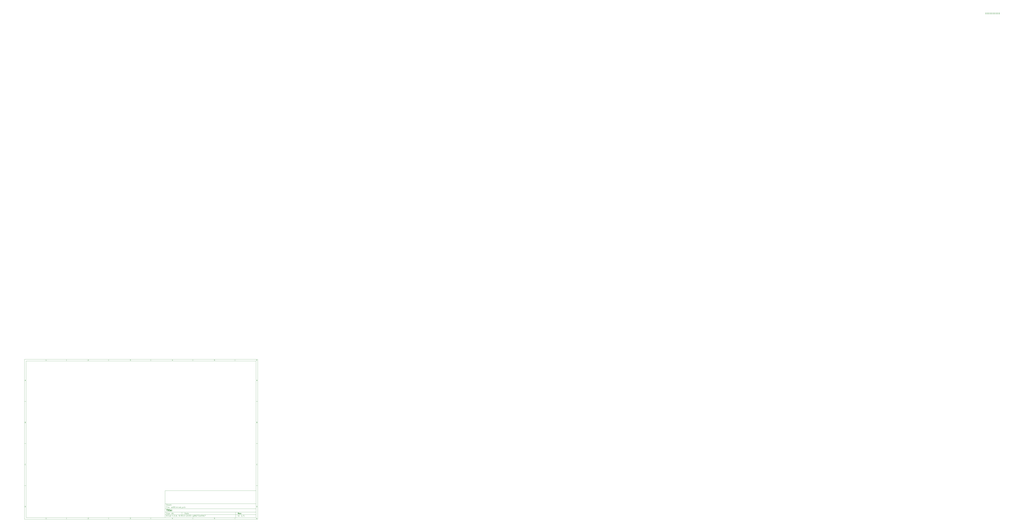
<source format=gbr>
%TF.GenerationSoftware,KiCad,Pcbnew,8.99.0-2193-g88272a59b7*%
%TF.CreationDate,2024-09-27T03:09:18+07:00*%
%TF.ProjectId,qk80,716b3830-2e6b-4696-9361-645f70636258,rev?*%
%TF.SameCoordinates,Original*%
%TF.FileFunction,Paste,Top*%
%TF.FilePolarity,Positive*%
%FSLAX46Y46*%
G04 Gerber Fmt 4.6, Leading zero omitted, Abs format (unit mm)*
G04 Created by KiCad (PCBNEW 8.99.0-2193-g88272a59b7) date 2024-09-27 03:09:18*
%MOMM*%
%LPD*%
G01*
G04 APERTURE LIST*
%ADD10C,0.100000*%
%ADD11C,0.150000*%
%ADD12C,0.300000*%
%ADD13C,0.400000*%
%ADD14R,0.700000X0.700000*%
G04 APERTURE END LIST*
D10*
D11*
X177002200Y-166007200D02*
X285002200Y-166007200D01*
X285002200Y-198007200D01*
X177002200Y-198007200D01*
X177002200Y-166007200D01*
D10*
D11*
X10000000Y-10000000D02*
X287002200Y-10000000D01*
X287002200Y-200007200D01*
X10000000Y-200007200D01*
X10000000Y-10000000D01*
D10*
D11*
X12000000Y-12000000D02*
X285002200Y-12000000D01*
X285002200Y-198007200D01*
X12000000Y-198007200D01*
X12000000Y-12000000D01*
D10*
D11*
X60000000Y-12000000D02*
X60000000Y-10000000D01*
D10*
D11*
X110000000Y-12000000D02*
X110000000Y-10000000D01*
D10*
D11*
X160000000Y-12000000D02*
X160000000Y-10000000D01*
D10*
D11*
X210000000Y-12000000D02*
X210000000Y-10000000D01*
D10*
D11*
X260000000Y-12000000D02*
X260000000Y-10000000D01*
D10*
D11*
X36089160Y-11593604D02*
X35346303Y-11593604D01*
X35717731Y-11593604D02*
X35717731Y-10293604D01*
X35717731Y-10293604D02*
X35593922Y-10479319D01*
X35593922Y-10479319D02*
X35470112Y-10603128D01*
X35470112Y-10603128D02*
X35346303Y-10665033D01*
D10*
D11*
X85346303Y-10417414D02*
X85408207Y-10355509D01*
X85408207Y-10355509D02*
X85532017Y-10293604D01*
X85532017Y-10293604D02*
X85841541Y-10293604D01*
X85841541Y-10293604D02*
X85965350Y-10355509D01*
X85965350Y-10355509D02*
X86027255Y-10417414D01*
X86027255Y-10417414D02*
X86089160Y-10541223D01*
X86089160Y-10541223D02*
X86089160Y-10665033D01*
X86089160Y-10665033D02*
X86027255Y-10850747D01*
X86027255Y-10850747D02*
X85284398Y-11593604D01*
X85284398Y-11593604D02*
X86089160Y-11593604D01*
D10*
D11*
X135284398Y-10293604D02*
X136089160Y-10293604D01*
X136089160Y-10293604D02*
X135655826Y-10788842D01*
X135655826Y-10788842D02*
X135841541Y-10788842D01*
X135841541Y-10788842D02*
X135965350Y-10850747D01*
X135965350Y-10850747D02*
X136027255Y-10912652D01*
X136027255Y-10912652D02*
X136089160Y-11036461D01*
X136089160Y-11036461D02*
X136089160Y-11345985D01*
X136089160Y-11345985D02*
X136027255Y-11469795D01*
X136027255Y-11469795D02*
X135965350Y-11531700D01*
X135965350Y-11531700D02*
X135841541Y-11593604D01*
X135841541Y-11593604D02*
X135470112Y-11593604D01*
X135470112Y-11593604D02*
X135346303Y-11531700D01*
X135346303Y-11531700D02*
X135284398Y-11469795D01*
D10*
D11*
X185965350Y-10726938D02*
X185965350Y-11593604D01*
X185655826Y-10231700D02*
X185346303Y-11160271D01*
X185346303Y-11160271D02*
X186151064Y-11160271D01*
D10*
D11*
X236027255Y-10293604D02*
X235408207Y-10293604D01*
X235408207Y-10293604D02*
X235346303Y-10912652D01*
X235346303Y-10912652D02*
X235408207Y-10850747D01*
X235408207Y-10850747D02*
X235532017Y-10788842D01*
X235532017Y-10788842D02*
X235841541Y-10788842D01*
X235841541Y-10788842D02*
X235965350Y-10850747D01*
X235965350Y-10850747D02*
X236027255Y-10912652D01*
X236027255Y-10912652D02*
X236089160Y-11036461D01*
X236089160Y-11036461D02*
X236089160Y-11345985D01*
X236089160Y-11345985D02*
X236027255Y-11469795D01*
X236027255Y-11469795D02*
X235965350Y-11531700D01*
X235965350Y-11531700D02*
X235841541Y-11593604D01*
X235841541Y-11593604D02*
X235532017Y-11593604D01*
X235532017Y-11593604D02*
X235408207Y-11531700D01*
X235408207Y-11531700D02*
X235346303Y-11469795D01*
D10*
D11*
X285965350Y-10293604D02*
X285717731Y-10293604D01*
X285717731Y-10293604D02*
X285593922Y-10355509D01*
X285593922Y-10355509D02*
X285532017Y-10417414D01*
X285532017Y-10417414D02*
X285408207Y-10603128D01*
X285408207Y-10603128D02*
X285346303Y-10850747D01*
X285346303Y-10850747D02*
X285346303Y-11345985D01*
X285346303Y-11345985D02*
X285408207Y-11469795D01*
X285408207Y-11469795D02*
X285470112Y-11531700D01*
X285470112Y-11531700D02*
X285593922Y-11593604D01*
X285593922Y-11593604D02*
X285841541Y-11593604D01*
X285841541Y-11593604D02*
X285965350Y-11531700D01*
X285965350Y-11531700D02*
X286027255Y-11469795D01*
X286027255Y-11469795D02*
X286089160Y-11345985D01*
X286089160Y-11345985D02*
X286089160Y-11036461D01*
X286089160Y-11036461D02*
X286027255Y-10912652D01*
X286027255Y-10912652D02*
X285965350Y-10850747D01*
X285965350Y-10850747D02*
X285841541Y-10788842D01*
X285841541Y-10788842D02*
X285593922Y-10788842D01*
X285593922Y-10788842D02*
X285470112Y-10850747D01*
X285470112Y-10850747D02*
X285408207Y-10912652D01*
X285408207Y-10912652D02*
X285346303Y-11036461D01*
D10*
D11*
X60000000Y-198007200D02*
X60000000Y-200007200D01*
D10*
D11*
X110000000Y-198007200D02*
X110000000Y-200007200D01*
D10*
D11*
X160000000Y-198007200D02*
X160000000Y-200007200D01*
D10*
D11*
X210000000Y-198007200D02*
X210000000Y-200007200D01*
D10*
D11*
X260000000Y-198007200D02*
X260000000Y-200007200D01*
D10*
D11*
X36089160Y-199600804D02*
X35346303Y-199600804D01*
X35717731Y-199600804D02*
X35717731Y-198300804D01*
X35717731Y-198300804D02*
X35593922Y-198486519D01*
X35593922Y-198486519D02*
X35470112Y-198610328D01*
X35470112Y-198610328D02*
X35346303Y-198672233D01*
D10*
D11*
X85346303Y-198424614D02*
X85408207Y-198362709D01*
X85408207Y-198362709D02*
X85532017Y-198300804D01*
X85532017Y-198300804D02*
X85841541Y-198300804D01*
X85841541Y-198300804D02*
X85965350Y-198362709D01*
X85965350Y-198362709D02*
X86027255Y-198424614D01*
X86027255Y-198424614D02*
X86089160Y-198548423D01*
X86089160Y-198548423D02*
X86089160Y-198672233D01*
X86089160Y-198672233D02*
X86027255Y-198857947D01*
X86027255Y-198857947D02*
X85284398Y-199600804D01*
X85284398Y-199600804D02*
X86089160Y-199600804D01*
D10*
D11*
X135284398Y-198300804D02*
X136089160Y-198300804D01*
X136089160Y-198300804D02*
X135655826Y-198796042D01*
X135655826Y-198796042D02*
X135841541Y-198796042D01*
X135841541Y-198796042D02*
X135965350Y-198857947D01*
X135965350Y-198857947D02*
X136027255Y-198919852D01*
X136027255Y-198919852D02*
X136089160Y-199043661D01*
X136089160Y-199043661D02*
X136089160Y-199353185D01*
X136089160Y-199353185D02*
X136027255Y-199476995D01*
X136027255Y-199476995D02*
X135965350Y-199538900D01*
X135965350Y-199538900D02*
X135841541Y-199600804D01*
X135841541Y-199600804D02*
X135470112Y-199600804D01*
X135470112Y-199600804D02*
X135346303Y-199538900D01*
X135346303Y-199538900D02*
X135284398Y-199476995D01*
D10*
D11*
X185965350Y-198734138D02*
X185965350Y-199600804D01*
X185655826Y-198238900D02*
X185346303Y-199167471D01*
X185346303Y-199167471D02*
X186151064Y-199167471D01*
D10*
D11*
X236027255Y-198300804D02*
X235408207Y-198300804D01*
X235408207Y-198300804D02*
X235346303Y-198919852D01*
X235346303Y-198919852D02*
X235408207Y-198857947D01*
X235408207Y-198857947D02*
X235532017Y-198796042D01*
X235532017Y-198796042D02*
X235841541Y-198796042D01*
X235841541Y-198796042D02*
X235965350Y-198857947D01*
X235965350Y-198857947D02*
X236027255Y-198919852D01*
X236027255Y-198919852D02*
X236089160Y-199043661D01*
X236089160Y-199043661D02*
X236089160Y-199353185D01*
X236089160Y-199353185D02*
X236027255Y-199476995D01*
X236027255Y-199476995D02*
X235965350Y-199538900D01*
X235965350Y-199538900D02*
X235841541Y-199600804D01*
X235841541Y-199600804D02*
X235532017Y-199600804D01*
X235532017Y-199600804D02*
X235408207Y-199538900D01*
X235408207Y-199538900D02*
X235346303Y-199476995D01*
D10*
D11*
X285965350Y-198300804D02*
X285717731Y-198300804D01*
X285717731Y-198300804D02*
X285593922Y-198362709D01*
X285593922Y-198362709D02*
X285532017Y-198424614D01*
X285532017Y-198424614D02*
X285408207Y-198610328D01*
X285408207Y-198610328D02*
X285346303Y-198857947D01*
X285346303Y-198857947D02*
X285346303Y-199353185D01*
X285346303Y-199353185D02*
X285408207Y-199476995D01*
X285408207Y-199476995D02*
X285470112Y-199538900D01*
X285470112Y-199538900D02*
X285593922Y-199600804D01*
X285593922Y-199600804D02*
X285841541Y-199600804D01*
X285841541Y-199600804D02*
X285965350Y-199538900D01*
X285965350Y-199538900D02*
X286027255Y-199476995D01*
X286027255Y-199476995D02*
X286089160Y-199353185D01*
X286089160Y-199353185D02*
X286089160Y-199043661D01*
X286089160Y-199043661D02*
X286027255Y-198919852D01*
X286027255Y-198919852D02*
X285965350Y-198857947D01*
X285965350Y-198857947D02*
X285841541Y-198796042D01*
X285841541Y-198796042D02*
X285593922Y-198796042D01*
X285593922Y-198796042D02*
X285470112Y-198857947D01*
X285470112Y-198857947D02*
X285408207Y-198919852D01*
X285408207Y-198919852D02*
X285346303Y-199043661D01*
D10*
D11*
X10000000Y-60000000D02*
X12000000Y-60000000D01*
D10*
D11*
X10000000Y-110000000D02*
X12000000Y-110000000D01*
D10*
D11*
X10000000Y-160000000D02*
X12000000Y-160000000D01*
D10*
D11*
X10690476Y-35222176D02*
X11309523Y-35222176D01*
X10566666Y-35593604D02*
X10999999Y-34293604D01*
X10999999Y-34293604D02*
X11433333Y-35593604D01*
D10*
D11*
X11092857Y-84912652D02*
X11278571Y-84974557D01*
X11278571Y-84974557D02*
X11340476Y-85036461D01*
X11340476Y-85036461D02*
X11402380Y-85160271D01*
X11402380Y-85160271D02*
X11402380Y-85345985D01*
X11402380Y-85345985D02*
X11340476Y-85469795D01*
X11340476Y-85469795D02*
X11278571Y-85531700D01*
X11278571Y-85531700D02*
X11154761Y-85593604D01*
X11154761Y-85593604D02*
X10659523Y-85593604D01*
X10659523Y-85593604D02*
X10659523Y-84293604D01*
X10659523Y-84293604D02*
X11092857Y-84293604D01*
X11092857Y-84293604D02*
X11216666Y-84355509D01*
X11216666Y-84355509D02*
X11278571Y-84417414D01*
X11278571Y-84417414D02*
X11340476Y-84541223D01*
X11340476Y-84541223D02*
X11340476Y-84665033D01*
X11340476Y-84665033D02*
X11278571Y-84788842D01*
X11278571Y-84788842D02*
X11216666Y-84850747D01*
X11216666Y-84850747D02*
X11092857Y-84912652D01*
X11092857Y-84912652D02*
X10659523Y-84912652D01*
D10*
D11*
X11402380Y-135469795D02*
X11340476Y-135531700D01*
X11340476Y-135531700D02*
X11154761Y-135593604D01*
X11154761Y-135593604D02*
X11030952Y-135593604D01*
X11030952Y-135593604D02*
X10845238Y-135531700D01*
X10845238Y-135531700D02*
X10721428Y-135407890D01*
X10721428Y-135407890D02*
X10659523Y-135284080D01*
X10659523Y-135284080D02*
X10597619Y-135036461D01*
X10597619Y-135036461D02*
X10597619Y-134850747D01*
X10597619Y-134850747D02*
X10659523Y-134603128D01*
X10659523Y-134603128D02*
X10721428Y-134479319D01*
X10721428Y-134479319D02*
X10845238Y-134355509D01*
X10845238Y-134355509D02*
X11030952Y-134293604D01*
X11030952Y-134293604D02*
X11154761Y-134293604D01*
X11154761Y-134293604D02*
X11340476Y-134355509D01*
X11340476Y-134355509D02*
X11402380Y-134417414D01*
D10*
D11*
X10659523Y-185593604D02*
X10659523Y-184293604D01*
X10659523Y-184293604D02*
X10969047Y-184293604D01*
X10969047Y-184293604D02*
X11154761Y-184355509D01*
X11154761Y-184355509D02*
X11278571Y-184479319D01*
X11278571Y-184479319D02*
X11340476Y-184603128D01*
X11340476Y-184603128D02*
X11402380Y-184850747D01*
X11402380Y-184850747D02*
X11402380Y-185036461D01*
X11402380Y-185036461D02*
X11340476Y-185284080D01*
X11340476Y-185284080D02*
X11278571Y-185407890D01*
X11278571Y-185407890D02*
X11154761Y-185531700D01*
X11154761Y-185531700D02*
X10969047Y-185593604D01*
X10969047Y-185593604D02*
X10659523Y-185593604D01*
D10*
D11*
X287002200Y-60000000D02*
X285002200Y-60000000D01*
D10*
D11*
X287002200Y-110000000D02*
X285002200Y-110000000D01*
D10*
D11*
X287002200Y-160000000D02*
X285002200Y-160000000D01*
D10*
D11*
X285692676Y-35222176D02*
X286311723Y-35222176D01*
X285568866Y-35593604D02*
X286002199Y-34293604D01*
X286002199Y-34293604D02*
X286435533Y-35593604D01*
D10*
D11*
X286095057Y-84912652D02*
X286280771Y-84974557D01*
X286280771Y-84974557D02*
X286342676Y-85036461D01*
X286342676Y-85036461D02*
X286404580Y-85160271D01*
X286404580Y-85160271D02*
X286404580Y-85345985D01*
X286404580Y-85345985D02*
X286342676Y-85469795D01*
X286342676Y-85469795D02*
X286280771Y-85531700D01*
X286280771Y-85531700D02*
X286156961Y-85593604D01*
X286156961Y-85593604D02*
X285661723Y-85593604D01*
X285661723Y-85593604D02*
X285661723Y-84293604D01*
X285661723Y-84293604D02*
X286095057Y-84293604D01*
X286095057Y-84293604D02*
X286218866Y-84355509D01*
X286218866Y-84355509D02*
X286280771Y-84417414D01*
X286280771Y-84417414D02*
X286342676Y-84541223D01*
X286342676Y-84541223D02*
X286342676Y-84665033D01*
X286342676Y-84665033D02*
X286280771Y-84788842D01*
X286280771Y-84788842D02*
X286218866Y-84850747D01*
X286218866Y-84850747D02*
X286095057Y-84912652D01*
X286095057Y-84912652D02*
X285661723Y-84912652D01*
D10*
D11*
X286404580Y-135469795D02*
X286342676Y-135531700D01*
X286342676Y-135531700D02*
X286156961Y-135593604D01*
X286156961Y-135593604D02*
X286033152Y-135593604D01*
X286033152Y-135593604D02*
X285847438Y-135531700D01*
X285847438Y-135531700D02*
X285723628Y-135407890D01*
X285723628Y-135407890D02*
X285661723Y-135284080D01*
X285661723Y-135284080D02*
X285599819Y-135036461D01*
X285599819Y-135036461D02*
X285599819Y-134850747D01*
X285599819Y-134850747D02*
X285661723Y-134603128D01*
X285661723Y-134603128D02*
X285723628Y-134479319D01*
X285723628Y-134479319D02*
X285847438Y-134355509D01*
X285847438Y-134355509D02*
X286033152Y-134293604D01*
X286033152Y-134293604D02*
X286156961Y-134293604D01*
X286156961Y-134293604D02*
X286342676Y-134355509D01*
X286342676Y-134355509D02*
X286404580Y-134417414D01*
D10*
D11*
X285661723Y-185593604D02*
X285661723Y-184293604D01*
X285661723Y-184293604D02*
X285971247Y-184293604D01*
X285971247Y-184293604D02*
X286156961Y-184355509D01*
X286156961Y-184355509D02*
X286280771Y-184479319D01*
X286280771Y-184479319D02*
X286342676Y-184603128D01*
X286342676Y-184603128D02*
X286404580Y-184850747D01*
X286404580Y-184850747D02*
X286404580Y-185036461D01*
X286404580Y-185036461D02*
X286342676Y-185284080D01*
X286342676Y-185284080D02*
X286280771Y-185407890D01*
X286280771Y-185407890D02*
X286156961Y-185531700D01*
X286156961Y-185531700D02*
X285971247Y-185593604D01*
X285971247Y-185593604D02*
X285661723Y-185593604D01*
D10*
D11*
X200458026Y-193793328D02*
X200458026Y-192293328D01*
X200458026Y-192293328D02*
X200815169Y-192293328D01*
X200815169Y-192293328D02*
X201029455Y-192364757D01*
X201029455Y-192364757D02*
X201172312Y-192507614D01*
X201172312Y-192507614D02*
X201243741Y-192650471D01*
X201243741Y-192650471D02*
X201315169Y-192936185D01*
X201315169Y-192936185D02*
X201315169Y-193150471D01*
X201315169Y-193150471D02*
X201243741Y-193436185D01*
X201243741Y-193436185D02*
X201172312Y-193579042D01*
X201172312Y-193579042D02*
X201029455Y-193721900D01*
X201029455Y-193721900D02*
X200815169Y-193793328D01*
X200815169Y-193793328D02*
X200458026Y-193793328D01*
X202600884Y-193793328D02*
X202600884Y-193007614D01*
X202600884Y-193007614D02*
X202529455Y-192864757D01*
X202529455Y-192864757D02*
X202386598Y-192793328D01*
X202386598Y-192793328D02*
X202100884Y-192793328D01*
X202100884Y-192793328D02*
X201958026Y-192864757D01*
X202600884Y-193721900D02*
X202458026Y-193793328D01*
X202458026Y-193793328D02*
X202100884Y-193793328D01*
X202100884Y-193793328D02*
X201958026Y-193721900D01*
X201958026Y-193721900D02*
X201886598Y-193579042D01*
X201886598Y-193579042D02*
X201886598Y-193436185D01*
X201886598Y-193436185D02*
X201958026Y-193293328D01*
X201958026Y-193293328D02*
X202100884Y-193221900D01*
X202100884Y-193221900D02*
X202458026Y-193221900D01*
X202458026Y-193221900D02*
X202600884Y-193150471D01*
X203100884Y-192793328D02*
X203672312Y-192793328D01*
X203315169Y-192293328D02*
X203315169Y-193579042D01*
X203315169Y-193579042D02*
X203386598Y-193721900D01*
X203386598Y-193721900D02*
X203529455Y-193793328D01*
X203529455Y-193793328D02*
X203672312Y-193793328D01*
X204743741Y-193721900D02*
X204600884Y-193793328D01*
X204600884Y-193793328D02*
X204315170Y-193793328D01*
X204315170Y-193793328D02*
X204172312Y-193721900D01*
X204172312Y-193721900D02*
X204100884Y-193579042D01*
X204100884Y-193579042D02*
X204100884Y-193007614D01*
X204100884Y-193007614D02*
X204172312Y-192864757D01*
X204172312Y-192864757D02*
X204315170Y-192793328D01*
X204315170Y-192793328D02*
X204600884Y-192793328D01*
X204600884Y-192793328D02*
X204743741Y-192864757D01*
X204743741Y-192864757D02*
X204815170Y-193007614D01*
X204815170Y-193007614D02*
X204815170Y-193150471D01*
X204815170Y-193150471D02*
X204100884Y-193293328D01*
X205458026Y-193650471D02*
X205529455Y-193721900D01*
X205529455Y-193721900D02*
X205458026Y-193793328D01*
X205458026Y-193793328D02*
X205386598Y-193721900D01*
X205386598Y-193721900D02*
X205458026Y-193650471D01*
X205458026Y-193650471D02*
X205458026Y-193793328D01*
X205458026Y-192864757D02*
X205529455Y-192936185D01*
X205529455Y-192936185D02*
X205458026Y-193007614D01*
X205458026Y-193007614D02*
X205386598Y-192936185D01*
X205386598Y-192936185D02*
X205458026Y-192864757D01*
X205458026Y-192864757D02*
X205458026Y-193007614D01*
D10*
D11*
X177002200Y-194507200D02*
X285002200Y-194507200D01*
D10*
D11*
X178458026Y-196593328D02*
X178458026Y-195093328D01*
X179315169Y-196593328D02*
X178672312Y-195736185D01*
X179315169Y-195093328D02*
X178458026Y-195950471D01*
X179958026Y-196593328D02*
X179958026Y-195593328D01*
X179958026Y-195093328D02*
X179886598Y-195164757D01*
X179886598Y-195164757D02*
X179958026Y-195236185D01*
X179958026Y-195236185D02*
X180029455Y-195164757D01*
X180029455Y-195164757D02*
X179958026Y-195093328D01*
X179958026Y-195093328D02*
X179958026Y-195236185D01*
X181529455Y-196450471D02*
X181458027Y-196521900D01*
X181458027Y-196521900D02*
X181243741Y-196593328D01*
X181243741Y-196593328D02*
X181100884Y-196593328D01*
X181100884Y-196593328D02*
X180886598Y-196521900D01*
X180886598Y-196521900D02*
X180743741Y-196379042D01*
X180743741Y-196379042D02*
X180672312Y-196236185D01*
X180672312Y-196236185D02*
X180600884Y-195950471D01*
X180600884Y-195950471D02*
X180600884Y-195736185D01*
X180600884Y-195736185D02*
X180672312Y-195450471D01*
X180672312Y-195450471D02*
X180743741Y-195307614D01*
X180743741Y-195307614D02*
X180886598Y-195164757D01*
X180886598Y-195164757D02*
X181100884Y-195093328D01*
X181100884Y-195093328D02*
X181243741Y-195093328D01*
X181243741Y-195093328D02*
X181458027Y-195164757D01*
X181458027Y-195164757D02*
X181529455Y-195236185D01*
X182815170Y-196593328D02*
X182815170Y-195807614D01*
X182815170Y-195807614D02*
X182743741Y-195664757D01*
X182743741Y-195664757D02*
X182600884Y-195593328D01*
X182600884Y-195593328D02*
X182315170Y-195593328D01*
X182315170Y-195593328D02*
X182172312Y-195664757D01*
X182815170Y-196521900D02*
X182672312Y-196593328D01*
X182672312Y-196593328D02*
X182315170Y-196593328D01*
X182315170Y-196593328D02*
X182172312Y-196521900D01*
X182172312Y-196521900D02*
X182100884Y-196379042D01*
X182100884Y-196379042D02*
X182100884Y-196236185D01*
X182100884Y-196236185D02*
X182172312Y-196093328D01*
X182172312Y-196093328D02*
X182315170Y-196021900D01*
X182315170Y-196021900D02*
X182672312Y-196021900D01*
X182672312Y-196021900D02*
X182815170Y-195950471D01*
X184172313Y-196593328D02*
X184172313Y-195093328D01*
X184172313Y-196521900D02*
X184029455Y-196593328D01*
X184029455Y-196593328D02*
X183743741Y-196593328D01*
X183743741Y-196593328D02*
X183600884Y-196521900D01*
X183600884Y-196521900D02*
X183529455Y-196450471D01*
X183529455Y-196450471D02*
X183458027Y-196307614D01*
X183458027Y-196307614D02*
X183458027Y-195879042D01*
X183458027Y-195879042D02*
X183529455Y-195736185D01*
X183529455Y-195736185D02*
X183600884Y-195664757D01*
X183600884Y-195664757D02*
X183743741Y-195593328D01*
X183743741Y-195593328D02*
X184029455Y-195593328D01*
X184029455Y-195593328D02*
X184172313Y-195664757D01*
X186029455Y-195807614D02*
X186529455Y-195807614D01*
X186743741Y-196593328D02*
X186029455Y-196593328D01*
X186029455Y-196593328D02*
X186029455Y-195093328D01*
X186029455Y-195093328D02*
X186743741Y-195093328D01*
X187386598Y-196450471D02*
X187458027Y-196521900D01*
X187458027Y-196521900D02*
X187386598Y-196593328D01*
X187386598Y-196593328D02*
X187315170Y-196521900D01*
X187315170Y-196521900D02*
X187386598Y-196450471D01*
X187386598Y-196450471D02*
X187386598Y-196593328D01*
X188100884Y-196593328D02*
X188100884Y-195093328D01*
X188100884Y-195093328D02*
X188458027Y-195093328D01*
X188458027Y-195093328D02*
X188672313Y-195164757D01*
X188672313Y-195164757D02*
X188815170Y-195307614D01*
X188815170Y-195307614D02*
X188886599Y-195450471D01*
X188886599Y-195450471D02*
X188958027Y-195736185D01*
X188958027Y-195736185D02*
X188958027Y-195950471D01*
X188958027Y-195950471D02*
X188886599Y-196236185D01*
X188886599Y-196236185D02*
X188815170Y-196379042D01*
X188815170Y-196379042D02*
X188672313Y-196521900D01*
X188672313Y-196521900D02*
X188458027Y-196593328D01*
X188458027Y-196593328D02*
X188100884Y-196593328D01*
X189600884Y-196450471D02*
X189672313Y-196521900D01*
X189672313Y-196521900D02*
X189600884Y-196593328D01*
X189600884Y-196593328D02*
X189529456Y-196521900D01*
X189529456Y-196521900D02*
X189600884Y-196450471D01*
X189600884Y-196450471D02*
X189600884Y-196593328D01*
X190243742Y-196164757D02*
X190958028Y-196164757D01*
X190100885Y-196593328D02*
X190600885Y-195093328D01*
X190600885Y-195093328D02*
X191100885Y-196593328D01*
X191600884Y-196450471D02*
X191672313Y-196521900D01*
X191672313Y-196521900D02*
X191600884Y-196593328D01*
X191600884Y-196593328D02*
X191529456Y-196521900D01*
X191529456Y-196521900D02*
X191600884Y-196450471D01*
X191600884Y-196450471D02*
X191600884Y-196593328D01*
X193672313Y-195736185D02*
X193529456Y-195664757D01*
X193529456Y-195664757D02*
X193458027Y-195593328D01*
X193458027Y-195593328D02*
X193386599Y-195450471D01*
X193386599Y-195450471D02*
X193386599Y-195379042D01*
X193386599Y-195379042D02*
X193458027Y-195236185D01*
X193458027Y-195236185D02*
X193529456Y-195164757D01*
X193529456Y-195164757D02*
X193672313Y-195093328D01*
X193672313Y-195093328D02*
X193958027Y-195093328D01*
X193958027Y-195093328D02*
X194100885Y-195164757D01*
X194100885Y-195164757D02*
X194172313Y-195236185D01*
X194172313Y-195236185D02*
X194243742Y-195379042D01*
X194243742Y-195379042D02*
X194243742Y-195450471D01*
X194243742Y-195450471D02*
X194172313Y-195593328D01*
X194172313Y-195593328D02*
X194100885Y-195664757D01*
X194100885Y-195664757D02*
X193958027Y-195736185D01*
X193958027Y-195736185D02*
X193672313Y-195736185D01*
X193672313Y-195736185D02*
X193529456Y-195807614D01*
X193529456Y-195807614D02*
X193458027Y-195879042D01*
X193458027Y-195879042D02*
X193386599Y-196021900D01*
X193386599Y-196021900D02*
X193386599Y-196307614D01*
X193386599Y-196307614D02*
X193458027Y-196450471D01*
X193458027Y-196450471D02*
X193529456Y-196521900D01*
X193529456Y-196521900D02*
X193672313Y-196593328D01*
X193672313Y-196593328D02*
X193958027Y-196593328D01*
X193958027Y-196593328D02*
X194100885Y-196521900D01*
X194100885Y-196521900D02*
X194172313Y-196450471D01*
X194172313Y-196450471D02*
X194243742Y-196307614D01*
X194243742Y-196307614D02*
X194243742Y-196021900D01*
X194243742Y-196021900D02*
X194172313Y-195879042D01*
X194172313Y-195879042D02*
X194100885Y-195807614D01*
X194100885Y-195807614D02*
X193958027Y-195736185D01*
X194886598Y-196450471D02*
X194958027Y-196521900D01*
X194958027Y-196521900D02*
X194886598Y-196593328D01*
X194886598Y-196593328D02*
X194815170Y-196521900D01*
X194815170Y-196521900D02*
X194886598Y-196450471D01*
X194886598Y-196450471D02*
X194886598Y-196593328D01*
X195672313Y-196593328D02*
X195958027Y-196593328D01*
X195958027Y-196593328D02*
X196100884Y-196521900D01*
X196100884Y-196521900D02*
X196172313Y-196450471D01*
X196172313Y-196450471D02*
X196315170Y-196236185D01*
X196315170Y-196236185D02*
X196386599Y-195950471D01*
X196386599Y-195950471D02*
X196386599Y-195379042D01*
X196386599Y-195379042D02*
X196315170Y-195236185D01*
X196315170Y-195236185D02*
X196243742Y-195164757D01*
X196243742Y-195164757D02*
X196100884Y-195093328D01*
X196100884Y-195093328D02*
X195815170Y-195093328D01*
X195815170Y-195093328D02*
X195672313Y-195164757D01*
X195672313Y-195164757D02*
X195600884Y-195236185D01*
X195600884Y-195236185D02*
X195529456Y-195379042D01*
X195529456Y-195379042D02*
X195529456Y-195736185D01*
X195529456Y-195736185D02*
X195600884Y-195879042D01*
X195600884Y-195879042D02*
X195672313Y-195950471D01*
X195672313Y-195950471D02*
X195815170Y-196021900D01*
X195815170Y-196021900D02*
X196100884Y-196021900D01*
X196100884Y-196021900D02*
X196243742Y-195950471D01*
X196243742Y-195950471D02*
X196315170Y-195879042D01*
X196315170Y-195879042D02*
X196386599Y-195736185D01*
X197100884Y-196593328D02*
X197386598Y-196593328D01*
X197386598Y-196593328D02*
X197529455Y-196521900D01*
X197529455Y-196521900D02*
X197600884Y-196450471D01*
X197600884Y-196450471D02*
X197743741Y-196236185D01*
X197743741Y-196236185D02*
X197815170Y-195950471D01*
X197815170Y-195950471D02*
X197815170Y-195379042D01*
X197815170Y-195379042D02*
X197743741Y-195236185D01*
X197743741Y-195236185D02*
X197672313Y-195164757D01*
X197672313Y-195164757D02*
X197529455Y-195093328D01*
X197529455Y-195093328D02*
X197243741Y-195093328D01*
X197243741Y-195093328D02*
X197100884Y-195164757D01*
X197100884Y-195164757D02*
X197029455Y-195236185D01*
X197029455Y-195236185D02*
X196958027Y-195379042D01*
X196958027Y-195379042D02*
X196958027Y-195736185D01*
X196958027Y-195736185D02*
X197029455Y-195879042D01*
X197029455Y-195879042D02*
X197100884Y-195950471D01*
X197100884Y-195950471D02*
X197243741Y-196021900D01*
X197243741Y-196021900D02*
X197529455Y-196021900D01*
X197529455Y-196021900D02*
X197672313Y-195950471D01*
X197672313Y-195950471D02*
X197743741Y-195879042D01*
X197743741Y-195879042D02*
X197815170Y-195736185D01*
X198458026Y-196450471D02*
X198529455Y-196521900D01*
X198529455Y-196521900D02*
X198458026Y-196593328D01*
X198458026Y-196593328D02*
X198386598Y-196521900D01*
X198386598Y-196521900D02*
X198458026Y-196450471D01*
X198458026Y-196450471D02*
X198458026Y-196593328D01*
X199458027Y-195093328D02*
X199600884Y-195093328D01*
X199600884Y-195093328D02*
X199743741Y-195164757D01*
X199743741Y-195164757D02*
X199815170Y-195236185D01*
X199815170Y-195236185D02*
X199886598Y-195379042D01*
X199886598Y-195379042D02*
X199958027Y-195664757D01*
X199958027Y-195664757D02*
X199958027Y-196021900D01*
X199958027Y-196021900D02*
X199886598Y-196307614D01*
X199886598Y-196307614D02*
X199815170Y-196450471D01*
X199815170Y-196450471D02*
X199743741Y-196521900D01*
X199743741Y-196521900D02*
X199600884Y-196593328D01*
X199600884Y-196593328D02*
X199458027Y-196593328D01*
X199458027Y-196593328D02*
X199315170Y-196521900D01*
X199315170Y-196521900D02*
X199243741Y-196450471D01*
X199243741Y-196450471D02*
X199172312Y-196307614D01*
X199172312Y-196307614D02*
X199100884Y-196021900D01*
X199100884Y-196021900D02*
X199100884Y-195664757D01*
X199100884Y-195664757D02*
X199172312Y-195379042D01*
X199172312Y-195379042D02*
X199243741Y-195236185D01*
X199243741Y-195236185D02*
X199315170Y-195164757D01*
X199315170Y-195164757D02*
X199458027Y-195093328D01*
X200600883Y-196021900D02*
X201743741Y-196021900D01*
X202386598Y-195236185D02*
X202458026Y-195164757D01*
X202458026Y-195164757D02*
X202600884Y-195093328D01*
X202600884Y-195093328D02*
X202958026Y-195093328D01*
X202958026Y-195093328D02*
X203100884Y-195164757D01*
X203100884Y-195164757D02*
X203172312Y-195236185D01*
X203172312Y-195236185D02*
X203243741Y-195379042D01*
X203243741Y-195379042D02*
X203243741Y-195521900D01*
X203243741Y-195521900D02*
X203172312Y-195736185D01*
X203172312Y-195736185D02*
X202315169Y-196593328D01*
X202315169Y-196593328D02*
X203243741Y-196593328D01*
X204672312Y-196593328D02*
X203815169Y-196593328D01*
X204243740Y-196593328D02*
X204243740Y-195093328D01*
X204243740Y-195093328D02*
X204100883Y-195307614D01*
X204100883Y-195307614D02*
X203958026Y-195450471D01*
X203958026Y-195450471D02*
X203815169Y-195521900D01*
X205386597Y-196593328D02*
X205672311Y-196593328D01*
X205672311Y-196593328D02*
X205815168Y-196521900D01*
X205815168Y-196521900D02*
X205886597Y-196450471D01*
X205886597Y-196450471D02*
X206029454Y-196236185D01*
X206029454Y-196236185D02*
X206100883Y-195950471D01*
X206100883Y-195950471D02*
X206100883Y-195379042D01*
X206100883Y-195379042D02*
X206029454Y-195236185D01*
X206029454Y-195236185D02*
X205958026Y-195164757D01*
X205958026Y-195164757D02*
X205815168Y-195093328D01*
X205815168Y-195093328D02*
X205529454Y-195093328D01*
X205529454Y-195093328D02*
X205386597Y-195164757D01*
X205386597Y-195164757D02*
X205315168Y-195236185D01*
X205315168Y-195236185D02*
X205243740Y-195379042D01*
X205243740Y-195379042D02*
X205243740Y-195736185D01*
X205243740Y-195736185D02*
X205315168Y-195879042D01*
X205315168Y-195879042D02*
X205386597Y-195950471D01*
X205386597Y-195950471D02*
X205529454Y-196021900D01*
X205529454Y-196021900D02*
X205815168Y-196021900D01*
X205815168Y-196021900D02*
X205958026Y-195950471D01*
X205958026Y-195950471D02*
X206029454Y-195879042D01*
X206029454Y-195879042D02*
X206100883Y-195736185D01*
X206600882Y-195093328D02*
X207529454Y-195093328D01*
X207529454Y-195093328D02*
X207029454Y-195664757D01*
X207029454Y-195664757D02*
X207243739Y-195664757D01*
X207243739Y-195664757D02*
X207386597Y-195736185D01*
X207386597Y-195736185D02*
X207458025Y-195807614D01*
X207458025Y-195807614D02*
X207529454Y-195950471D01*
X207529454Y-195950471D02*
X207529454Y-196307614D01*
X207529454Y-196307614D02*
X207458025Y-196450471D01*
X207458025Y-196450471D02*
X207386597Y-196521900D01*
X207386597Y-196521900D02*
X207243739Y-196593328D01*
X207243739Y-196593328D02*
X206815168Y-196593328D01*
X206815168Y-196593328D02*
X206672311Y-196521900D01*
X206672311Y-196521900D02*
X206600882Y-196450471D01*
X208172310Y-196021900D02*
X209315168Y-196021900D01*
X210672311Y-195593328D02*
X210672311Y-196807614D01*
X210672311Y-196807614D02*
X210600882Y-196950471D01*
X210600882Y-196950471D02*
X210529453Y-197021900D01*
X210529453Y-197021900D02*
X210386596Y-197093328D01*
X210386596Y-197093328D02*
X210172311Y-197093328D01*
X210172311Y-197093328D02*
X210029453Y-197021900D01*
X210672311Y-196521900D02*
X210529453Y-196593328D01*
X210529453Y-196593328D02*
X210243739Y-196593328D01*
X210243739Y-196593328D02*
X210100882Y-196521900D01*
X210100882Y-196521900D02*
X210029453Y-196450471D01*
X210029453Y-196450471D02*
X209958025Y-196307614D01*
X209958025Y-196307614D02*
X209958025Y-195879042D01*
X209958025Y-195879042D02*
X210029453Y-195736185D01*
X210029453Y-195736185D02*
X210100882Y-195664757D01*
X210100882Y-195664757D02*
X210243739Y-195593328D01*
X210243739Y-195593328D02*
X210529453Y-195593328D01*
X210529453Y-195593328D02*
X210672311Y-195664757D01*
X211600882Y-195736185D02*
X211458025Y-195664757D01*
X211458025Y-195664757D02*
X211386596Y-195593328D01*
X211386596Y-195593328D02*
X211315168Y-195450471D01*
X211315168Y-195450471D02*
X211315168Y-195379042D01*
X211315168Y-195379042D02*
X211386596Y-195236185D01*
X211386596Y-195236185D02*
X211458025Y-195164757D01*
X211458025Y-195164757D02*
X211600882Y-195093328D01*
X211600882Y-195093328D02*
X211886596Y-195093328D01*
X211886596Y-195093328D02*
X212029454Y-195164757D01*
X212029454Y-195164757D02*
X212100882Y-195236185D01*
X212100882Y-195236185D02*
X212172311Y-195379042D01*
X212172311Y-195379042D02*
X212172311Y-195450471D01*
X212172311Y-195450471D02*
X212100882Y-195593328D01*
X212100882Y-195593328D02*
X212029454Y-195664757D01*
X212029454Y-195664757D02*
X211886596Y-195736185D01*
X211886596Y-195736185D02*
X211600882Y-195736185D01*
X211600882Y-195736185D02*
X211458025Y-195807614D01*
X211458025Y-195807614D02*
X211386596Y-195879042D01*
X211386596Y-195879042D02*
X211315168Y-196021900D01*
X211315168Y-196021900D02*
X211315168Y-196307614D01*
X211315168Y-196307614D02*
X211386596Y-196450471D01*
X211386596Y-196450471D02*
X211458025Y-196521900D01*
X211458025Y-196521900D02*
X211600882Y-196593328D01*
X211600882Y-196593328D02*
X211886596Y-196593328D01*
X211886596Y-196593328D02*
X212029454Y-196521900D01*
X212029454Y-196521900D02*
X212100882Y-196450471D01*
X212100882Y-196450471D02*
X212172311Y-196307614D01*
X212172311Y-196307614D02*
X212172311Y-196021900D01*
X212172311Y-196021900D02*
X212100882Y-195879042D01*
X212100882Y-195879042D02*
X212029454Y-195807614D01*
X212029454Y-195807614D02*
X211886596Y-195736185D01*
X213029453Y-195736185D02*
X212886596Y-195664757D01*
X212886596Y-195664757D02*
X212815167Y-195593328D01*
X212815167Y-195593328D02*
X212743739Y-195450471D01*
X212743739Y-195450471D02*
X212743739Y-195379042D01*
X212743739Y-195379042D02*
X212815167Y-195236185D01*
X212815167Y-195236185D02*
X212886596Y-195164757D01*
X212886596Y-195164757D02*
X213029453Y-195093328D01*
X213029453Y-195093328D02*
X213315167Y-195093328D01*
X213315167Y-195093328D02*
X213458025Y-195164757D01*
X213458025Y-195164757D02*
X213529453Y-195236185D01*
X213529453Y-195236185D02*
X213600882Y-195379042D01*
X213600882Y-195379042D02*
X213600882Y-195450471D01*
X213600882Y-195450471D02*
X213529453Y-195593328D01*
X213529453Y-195593328D02*
X213458025Y-195664757D01*
X213458025Y-195664757D02*
X213315167Y-195736185D01*
X213315167Y-195736185D02*
X213029453Y-195736185D01*
X213029453Y-195736185D02*
X212886596Y-195807614D01*
X212886596Y-195807614D02*
X212815167Y-195879042D01*
X212815167Y-195879042D02*
X212743739Y-196021900D01*
X212743739Y-196021900D02*
X212743739Y-196307614D01*
X212743739Y-196307614D02*
X212815167Y-196450471D01*
X212815167Y-196450471D02*
X212886596Y-196521900D01*
X212886596Y-196521900D02*
X213029453Y-196593328D01*
X213029453Y-196593328D02*
X213315167Y-196593328D01*
X213315167Y-196593328D02*
X213458025Y-196521900D01*
X213458025Y-196521900D02*
X213529453Y-196450471D01*
X213529453Y-196450471D02*
X213600882Y-196307614D01*
X213600882Y-196307614D02*
X213600882Y-196021900D01*
X213600882Y-196021900D02*
X213529453Y-195879042D01*
X213529453Y-195879042D02*
X213458025Y-195807614D01*
X213458025Y-195807614D02*
X213315167Y-195736185D01*
X214172310Y-195236185D02*
X214243738Y-195164757D01*
X214243738Y-195164757D02*
X214386596Y-195093328D01*
X214386596Y-195093328D02*
X214743738Y-195093328D01*
X214743738Y-195093328D02*
X214886596Y-195164757D01*
X214886596Y-195164757D02*
X214958024Y-195236185D01*
X214958024Y-195236185D02*
X215029453Y-195379042D01*
X215029453Y-195379042D02*
X215029453Y-195521900D01*
X215029453Y-195521900D02*
X214958024Y-195736185D01*
X214958024Y-195736185D02*
X214100881Y-196593328D01*
X214100881Y-196593328D02*
X215029453Y-196593328D01*
X215529452Y-195093328D02*
X216529452Y-195093328D01*
X216529452Y-195093328D02*
X215886595Y-196593328D01*
X217029452Y-195236185D02*
X217100880Y-195164757D01*
X217100880Y-195164757D02*
X217243738Y-195093328D01*
X217243738Y-195093328D02*
X217600880Y-195093328D01*
X217600880Y-195093328D02*
X217743738Y-195164757D01*
X217743738Y-195164757D02*
X217815166Y-195236185D01*
X217815166Y-195236185D02*
X217886595Y-195379042D01*
X217886595Y-195379042D02*
X217886595Y-195521900D01*
X217886595Y-195521900D02*
X217815166Y-195736185D01*
X217815166Y-195736185D02*
X216958023Y-196593328D01*
X216958023Y-196593328D02*
X217886595Y-196593328D01*
X219172309Y-196593328D02*
X219172309Y-195807614D01*
X219172309Y-195807614D02*
X219100880Y-195664757D01*
X219100880Y-195664757D02*
X218958023Y-195593328D01*
X218958023Y-195593328D02*
X218672309Y-195593328D01*
X218672309Y-195593328D02*
X218529451Y-195664757D01*
X219172309Y-196521900D02*
X219029451Y-196593328D01*
X219029451Y-196593328D02*
X218672309Y-196593328D01*
X218672309Y-196593328D02*
X218529451Y-196521900D01*
X218529451Y-196521900D02*
X218458023Y-196379042D01*
X218458023Y-196379042D02*
X218458023Y-196236185D01*
X218458023Y-196236185D02*
X218529451Y-196093328D01*
X218529451Y-196093328D02*
X218672309Y-196021900D01*
X218672309Y-196021900D02*
X219029451Y-196021900D01*
X219029451Y-196021900D02*
X219172309Y-195950471D01*
X220600880Y-195093328D02*
X219886594Y-195093328D01*
X219886594Y-195093328D02*
X219815166Y-195807614D01*
X219815166Y-195807614D02*
X219886594Y-195736185D01*
X219886594Y-195736185D02*
X220029452Y-195664757D01*
X220029452Y-195664757D02*
X220386594Y-195664757D01*
X220386594Y-195664757D02*
X220529452Y-195736185D01*
X220529452Y-195736185D02*
X220600880Y-195807614D01*
X220600880Y-195807614D02*
X220672309Y-195950471D01*
X220672309Y-195950471D02*
X220672309Y-196307614D01*
X220672309Y-196307614D02*
X220600880Y-196450471D01*
X220600880Y-196450471D02*
X220529452Y-196521900D01*
X220529452Y-196521900D02*
X220386594Y-196593328D01*
X220386594Y-196593328D02*
X220029452Y-196593328D01*
X220029452Y-196593328D02*
X219886594Y-196521900D01*
X219886594Y-196521900D02*
X219815166Y-196450471D01*
X221386594Y-196593328D02*
X221672308Y-196593328D01*
X221672308Y-196593328D02*
X221815165Y-196521900D01*
X221815165Y-196521900D02*
X221886594Y-196450471D01*
X221886594Y-196450471D02*
X222029451Y-196236185D01*
X222029451Y-196236185D02*
X222100880Y-195950471D01*
X222100880Y-195950471D02*
X222100880Y-195379042D01*
X222100880Y-195379042D02*
X222029451Y-195236185D01*
X222029451Y-195236185D02*
X221958023Y-195164757D01*
X221958023Y-195164757D02*
X221815165Y-195093328D01*
X221815165Y-195093328D02*
X221529451Y-195093328D01*
X221529451Y-195093328D02*
X221386594Y-195164757D01*
X221386594Y-195164757D02*
X221315165Y-195236185D01*
X221315165Y-195236185D02*
X221243737Y-195379042D01*
X221243737Y-195379042D02*
X221243737Y-195736185D01*
X221243737Y-195736185D02*
X221315165Y-195879042D01*
X221315165Y-195879042D02*
X221386594Y-195950471D01*
X221386594Y-195950471D02*
X221529451Y-196021900D01*
X221529451Y-196021900D02*
X221815165Y-196021900D01*
X221815165Y-196021900D02*
X221958023Y-195950471D01*
X221958023Y-195950471D02*
X222029451Y-195879042D01*
X222029451Y-195879042D02*
X222100880Y-195736185D01*
X222743736Y-196593328D02*
X222743736Y-195093328D01*
X222743736Y-195664757D02*
X222886594Y-195593328D01*
X222886594Y-195593328D02*
X223172308Y-195593328D01*
X223172308Y-195593328D02*
X223315165Y-195664757D01*
X223315165Y-195664757D02*
X223386594Y-195736185D01*
X223386594Y-195736185D02*
X223458022Y-195879042D01*
X223458022Y-195879042D02*
X223458022Y-196307614D01*
X223458022Y-196307614D02*
X223386594Y-196450471D01*
X223386594Y-196450471D02*
X223315165Y-196521900D01*
X223315165Y-196521900D02*
X223172308Y-196593328D01*
X223172308Y-196593328D02*
X222886594Y-196593328D01*
X222886594Y-196593328D02*
X222743736Y-196521900D01*
X223958022Y-195093328D02*
X224958022Y-195093328D01*
X224958022Y-195093328D02*
X224315165Y-196593328D01*
D10*
D11*
X177002200Y-191507200D02*
X285002200Y-191507200D01*
D10*
D12*
X264413853Y-193785528D02*
X263913853Y-193071242D01*
X263556710Y-193785528D02*
X263556710Y-192285528D01*
X263556710Y-192285528D02*
X264128139Y-192285528D01*
X264128139Y-192285528D02*
X264270996Y-192356957D01*
X264270996Y-192356957D02*
X264342425Y-192428385D01*
X264342425Y-192428385D02*
X264413853Y-192571242D01*
X264413853Y-192571242D02*
X264413853Y-192785528D01*
X264413853Y-192785528D02*
X264342425Y-192928385D01*
X264342425Y-192928385D02*
X264270996Y-192999814D01*
X264270996Y-192999814D02*
X264128139Y-193071242D01*
X264128139Y-193071242D02*
X263556710Y-193071242D01*
X265628139Y-193714100D02*
X265485282Y-193785528D01*
X265485282Y-193785528D02*
X265199568Y-193785528D01*
X265199568Y-193785528D02*
X265056710Y-193714100D01*
X265056710Y-193714100D02*
X264985282Y-193571242D01*
X264985282Y-193571242D02*
X264985282Y-192999814D01*
X264985282Y-192999814D02*
X265056710Y-192856957D01*
X265056710Y-192856957D02*
X265199568Y-192785528D01*
X265199568Y-192785528D02*
X265485282Y-192785528D01*
X265485282Y-192785528D02*
X265628139Y-192856957D01*
X265628139Y-192856957D02*
X265699568Y-192999814D01*
X265699568Y-192999814D02*
X265699568Y-193142671D01*
X265699568Y-193142671D02*
X264985282Y-193285528D01*
X266199567Y-192785528D02*
X266556710Y-193785528D01*
X266556710Y-193785528D02*
X266913853Y-192785528D01*
X267485281Y-193642671D02*
X267556710Y-193714100D01*
X267556710Y-193714100D02*
X267485281Y-193785528D01*
X267485281Y-193785528D02*
X267413853Y-193714100D01*
X267413853Y-193714100D02*
X267485281Y-193642671D01*
X267485281Y-193642671D02*
X267485281Y-193785528D01*
X267485281Y-192856957D02*
X267556710Y-192928385D01*
X267556710Y-192928385D02*
X267485281Y-192999814D01*
X267485281Y-192999814D02*
X267413853Y-192928385D01*
X267413853Y-192928385D02*
X267485281Y-192856957D01*
X267485281Y-192856957D02*
X267485281Y-192999814D01*
D10*
D11*
X178386598Y-193721900D02*
X178600884Y-193793328D01*
X178600884Y-193793328D02*
X178958026Y-193793328D01*
X178958026Y-193793328D02*
X179100884Y-193721900D01*
X179100884Y-193721900D02*
X179172312Y-193650471D01*
X179172312Y-193650471D02*
X179243741Y-193507614D01*
X179243741Y-193507614D02*
X179243741Y-193364757D01*
X179243741Y-193364757D02*
X179172312Y-193221900D01*
X179172312Y-193221900D02*
X179100884Y-193150471D01*
X179100884Y-193150471D02*
X178958026Y-193079042D01*
X178958026Y-193079042D02*
X178672312Y-193007614D01*
X178672312Y-193007614D02*
X178529455Y-192936185D01*
X178529455Y-192936185D02*
X178458026Y-192864757D01*
X178458026Y-192864757D02*
X178386598Y-192721900D01*
X178386598Y-192721900D02*
X178386598Y-192579042D01*
X178386598Y-192579042D02*
X178458026Y-192436185D01*
X178458026Y-192436185D02*
X178529455Y-192364757D01*
X178529455Y-192364757D02*
X178672312Y-192293328D01*
X178672312Y-192293328D02*
X179029455Y-192293328D01*
X179029455Y-192293328D02*
X179243741Y-192364757D01*
X179886597Y-193793328D02*
X179886597Y-192793328D01*
X179886597Y-192293328D02*
X179815169Y-192364757D01*
X179815169Y-192364757D02*
X179886597Y-192436185D01*
X179886597Y-192436185D02*
X179958026Y-192364757D01*
X179958026Y-192364757D02*
X179886597Y-192293328D01*
X179886597Y-192293328D02*
X179886597Y-192436185D01*
X180458026Y-192793328D02*
X181243741Y-192793328D01*
X181243741Y-192793328D02*
X180458026Y-193793328D01*
X180458026Y-193793328D02*
X181243741Y-193793328D01*
X182386598Y-193721900D02*
X182243741Y-193793328D01*
X182243741Y-193793328D02*
X181958027Y-193793328D01*
X181958027Y-193793328D02*
X181815169Y-193721900D01*
X181815169Y-193721900D02*
X181743741Y-193579042D01*
X181743741Y-193579042D02*
X181743741Y-193007614D01*
X181743741Y-193007614D02*
X181815169Y-192864757D01*
X181815169Y-192864757D02*
X181958027Y-192793328D01*
X181958027Y-192793328D02*
X182243741Y-192793328D01*
X182243741Y-192793328D02*
X182386598Y-192864757D01*
X182386598Y-192864757D02*
X182458027Y-193007614D01*
X182458027Y-193007614D02*
X182458027Y-193150471D01*
X182458027Y-193150471D02*
X181743741Y-193293328D01*
X183100883Y-193650471D02*
X183172312Y-193721900D01*
X183172312Y-193721900D02*
X183100883Y-193793328D01*
X183100883Y-193793328D02*
X183029455Y-193721900D01*
X183029455Y-193721900D02*
X183100883Y-193650471D01*
X183100883Y-193650471D02*
X183100883Y-193793328D01*
X183100883Y-192864757D02*
X183172312Y-192936185D01*
X183172312Y-192936185D02*
X183100883Y-193007614D01*
X183100883Y-193007614D02*
X183029455Y-192936185D01*
X183029455Y-192936185D02*
X183100883Y-192864757D01*
X183100883Y-192864757D02*
X183100883Y-193007614D01*
X184886598Y-193364757D02*
X185600884Y-193364757D01*
X184743741Y-193793328D02*
X185243741Y-192293328D01*
X185243741Y-192293328D02*
X185743741Y-193793328D01*
X186886598Y-192793328D02*
X186886598Y-193793328D01*
X186529455Y-192221900D02*
X186172312Y-193293328D01*
X186172312Y-193293328D02*
X187100883Y-193293328D01*
D10*
D11*
X263458026Y-196593328D02*
X263458026Y-195093328D01*
X264815170Y-196593328D02*
X264815170Y-195093328D01*
X264815170Y-196521900D02*
X264672312Y-196593328D01*
X264672312Y-196593328D02*
X264386598Y-196593328D01*
X264386598Y-196593328D02*
X264243741Y-196521900D01*
X264243741Y-196521900D02*
X264172312Y-196450471D01*
X264172312Y-196450471D02*
X264100884Y-196307614D01*
X264100884Y-196307614D02*
X264100884Y-195879042D01*
X264100884Y-195879042D02*
X264172312Y-195736185D01*
X264172312Y-195736185D02*
X264243741Y-195664757D01*
X264243741Y-195664757D02*
X264386598Y-195593328D01*
X264386598Y-195593328D02*
X264672312Y-195593328D01*
X264672312Y-195593328D02*
X264815170Y-195664757D01*
X265529455Y-196450471D02*
X265600884Y-196521900D01*
X265600884Y-196521900D02*
X265529455Y-196593328D01*
X265529455Y-196593328D02*
X265458027Y-196521900D01*
X265458027Y-196521900D02*
X265529455Y-196450471D01*
X265529455Y-196450471D02*
X265529455Y-196593328D01*
X265529455Y-195664757D02*
X265600884Y-195736185D01*
X265600884Y-195736185D02*
X265529455Y-195807614D01*
X265529455Y-195807614D02*
X265458027Y-195736185D01*
X265458027Y-195736185D02*
X265529455Y-195664757D01*
X265529455Y-195664757D02*
X265529455Y-195807614D01*
X268172313Y-196593328D02*
X267315170Y-196593328D01*
X267743741Y-196593328D02*
X267743741Y-195093328D01*
X267743741Y-195093328D02*
X267600884Y-195307614D01*
X267600884Y-195307614D02*
X267458027Y-195450471D01*
X267458027Y-195450471D02*
X267315170Y-195521900D01*
X269886598Y-195021900D02*
X268600884Y-196950471D01*
X271172313Y-196593328D02*
X270315170Y-196593328D01*
X270743741Y-196593328D02*
X270743741Y-195093328D01*
X270743741Y-195093328D02*
X270600884Y-195307614D01*
X270600884Y-195307614D02*
X270458027Y-195450471D01*
X270458027Y-195450471D02*
X270315170Y-195521900D01*
D10*
D11*
X177002200Y-187507200D02*
X285002200Y-187507200D01*
D10*
D13*
X178693928Y-188211638D02*
X179836785Y-188211638D01*
X179015357Y-190211638D02*
X179265357Y-188211638D01*
X180253452Y-190211638D02*
X180420119Y-188878304D01*
X180503452Y-188211638D02*
X180396309Y-188306876D01*
X180396309Y-188306876D02*
X180479643Y-188402114D01*
X180479643Y-188402114D02*
X180586786Y-188306876D01*
X180586786Y-188306876D02*
X180503452Y-188211638D01*
X180503452Y-188211638D02*
X180479643Y-188402114D01*
X181086786Y-188878304D02*
X181848690Y-188878304D01*
X181455833Y-188211638D02*
X181241548Y-189925923D01*
X181241548Y-189925923D02*
X181312976Y-190116400D01*
X181312976Y-190116400D02*
X181491548Y-190211638D01*
X181491548Y-190211638D02*
X181682024Y-190211638D01*
X182634405Y-190211638D02*
X182455833Y-190116400D01*
X182455833Y-190116400D02*
X182384405Y-189925923D01*
X182384405Y-189925923D02*
X182598690Y-188211638D01*
X184170119Y-190116400D02*
X183967738Y-190211638D01*
X183967738Y-190211638D02*
X183586785Y-190211638D01*
X183586785Y-190211638D02*
X183408214Y-190116400D01*
X183408214Y-190116400D02*
X183336785Y-189925923D01*
X183336785Y-189925923D02*
X183432024Y-189164019D01*
X183432024Y-189164019D02*
X183551071Y-188973542D01*
X183551071Y-188973542D02*
X183753452Y-188878304D01*
X183753452Y-188878304D02*
X184134404Y-188878304D01*
X184134404Y-188878304D02*
X184312976Y-188973542D01*
X184312976Y-188973542D02*
X184384404Y-189164019D01*
X184384404Y-189164019D02*
X184360595Y-189354495D01*
X184360595Y-189354495D02*
X183384404Y-189544971D01*
X185134405Y-190021161D02*
X185217738Y-190116400D01*
X185217738Y-190116400D02*
X185110595Y-190211638D01*
X185110595Y-190211638D02*
X185027262Y-190116400D01*
X185027262Y-190116400D02*
X185134405Y-190021161D01*
X185134405Y-190021161D02*
X185110595Y-190211638D01*
X185265357Y-188973542D02*
X185348690Y-189068780D01*
X185348690Y-189068780D02*
X185241548Y-189164019D01*
X185241548Y-189164019D02*
X185158214Y-189068780D01*
X185158214Y-189068780D02*
X185265357Y-188973542D01*
X185265357Y-188973542D02*
X185241548Y-189164019D01*
D10*
D11*
X178958026Y-185607614D02*
X178458026Y-185607614D01*
X178458026Y-186393328D02*
X178458026Y-184893328D01*
X178458026Y-184893328D02*
X179172312Y-184893328D01*
X179743740Y-186393328D02*
X179743740Y-185393328D01*
X179743740Y-184893328D02*
X179672312Y-184964757D01*
X179672312Y-184964757D02*
X179743740Y-185036185D01*
X179743740Y-185036185D02*
X179815169Y-184964757D01*
X179815169Y-184964757D02*
X179743740Y-184893328D01*
X179743740Y-184893328D02*
X179743740Y-185036185D01*
X180672312Y-186393328D02*
X180529455Y-186321900D01*
X180529455Y-186321900D02*
X180458026Y-186179042D01*
X180458026Y-186179042D02*
X180458026Y-184893328D01*
X181815169Y-186321900D02*
X181672312Y-186393328D01*
X181672312Y-186393328D02*
X181386598Y-186393328D01*
X181386598Y-186393328D02*
X181243740Y-186321900D01*
X181243740Y-186321900D02*
X181172312Y-186179042D01*
X181172312Y-186179042D02*
X181172312Y-185607614D01*
X181172312Y-185607614D02*
X181243740Y-185464757D01*
X181243740Y-185464757D02*
X181386598Y-185393328D01*
X181386598Y-185393328D02*
X181672312Y-185393328D01*
X181672312Y-185393328D02*
X181815169Y-185464757D01*
X181815169Y-185464757D02*
X181886598Y-185607614D01*
X181886598Y-185607614D02*
X181886598Y-185750471D01*
X181886598Y-185750471D02*
X181172312Y-185893328D01*
X182529454Y-186250471D02*
X182600883Y-186321900D01*
X182600883Y-186321900D02*
X182529454Y-186393328D01*
X182529454Y-186393328D02*
X182458026Y-186321900D01*
X182458026Y-186321900D02*
X182529454Y-186250471D01*
X182529454Y-186250471D02*
X182529454Y-186393328D01*
X182529454Y-185464757D02*
X182600883Y-185536185D01*
X182600883Y-185536185D02*
X182529454Y-185607614D01*
X182529454Y-185607614D02*
X182458026Y-185536185D01*
X182458026Y-185536185D02*
X182529454Y-185464757D01*
X182529454Y-185464757D02*
X182529454Y-185607614D01*
X185029455Y-185393328D02*
X185029455Y-186893328D01*
X185029455Y-186321900D02*
X184886597Y-186393328D01*
X184886597Y-186393328D02*
X184600883Y-186393328D01*
X184600883Y-186393328D02*
X184458026Y-186321900D01*
X184458026Y-186321900D02*
X184386597Y-186250471D01*
X184386597Y-186250471D02*
X184315169Y-186107614D01*
X184315169Y-186107614D02*
X184315169Y-185679042D01*
X184315169Y-185679042D02*
X184386597Y-185536185D01*
X184386597Y-185536185D02*
X184458026Y-185464757D01*
X184458026Y-185464757D02*
X184600883Y-185393328D01*
X184600883Y-185393328D02*
X184886597Y-185393328D01*
X184886597Y-185393328D02*
X185029455Y-185464757D01*
X185743740Y-186393328D02*
X185743740Y-184893328D01*
X185886598Y-185821900D02*
X186315169Y-186393328D01*
X186315169Y-185393328D02*
X185743740Y-185964757D01*
X187172312Y-185536185D02*
X187029455Y-185464757D01*
X187029455Y-185464757D02*
X186958026Y-185393328D01*
X186958026Y-185393328D02*
X186886598Y-185250471D01*
X186886598Y-185250471D02*
X186886598Y-185179042D01*
X186886598Y-185179042D02*
X186958026Y-185036185D01*
X186958026Y-185036185D02*
X187029455Y-184964757D01*
X187029455Y-184964757D02*
X187172312Y-184893328D01*
X187172312Y-184893328D02*
X187458026Y-184893328D01*
X187458026Y-184893328D02*
X187600884Y-184964757D01*
X187600884Y-184964757D02*
X187672312Y-185036185D01*
X187672312Y-185036185D02*
X187743741Y-185179042D01*
X187743741Y-185179042D02*
X187743741Y-185250471D01*
X187743741Y-185250471D02*
X187672312Y-185393328D01*
X187672312Y-185393328D02*
X187600884Y-185464757D01*
X187600884Y-185464757D02*
X187458026Y-185536185D01*
X187458026Y-185536185D02*
X187172312Y-185536185D01*
X187172312Y-185536185D02*
X187029455Y-185607614D01*
X187029455Y-185607614D02*
X186958026Y-185679042D01*
X186958026Y-185679042D02*
X186886598Y-185821900D01*
X186886598Y-185821900D02*
X186886598Y-186107614D01*
X186886598Y-186107614D02*
X186958026Y-186250471D01*
X186958026Y-186250471D02*
X187029455Y-186321900D01*
X187029455Y-186321900D02*
X187172312Y-186393328D01*
X187172312Y-186393328D02*
X187458026Y-186393328D01*
X187458026Y-186393328D02*
X187600884Y-186321900D01*
X187600884Y-186321900D02*
X187672312Y-186250471D01*
X187672312Y-186250471D02*
X187743741Y-186107614D01*
X187743741Y-186107614D02*
X187743741Y-185821900D01*
X187743741Y-185821900D02*
X187672312Y-185679042D01*
X187672312Y-185679042D02*
X187600884Y-185607614D01*
X187600884Y-185607614D02*
X187458026Y-185536185D01*
X188672312Y-184893328D02*
X188815169Y-184893328D01*
X188815169Y-184893328D02*
X188958026Y-184964757D01*
X188958026Y-184964757D02*
X189029455Y-185036185D01*
X189029455Y-185036185D02*
X189100883Y-185179042D01*
X189100883Y-185179042D02*
X189172312Y-185464757D01*
X189172312Y-185464757D02*
X189172312Y-185821900D01*
X189172312Y-185821900D02*
X189100883Y-186107614D01*
X189100883Y-186107614D02*
X189029455Y-186250471D01*
X189029455Y-186250471D02*
X188958026Y-186321900D01*
X188958026Y-186321900D02*
X188815169Y-186393328D01*
X188815169Y-186393328D02*
X188672312Y-186393328D01*
X188672312Y-186393328D02*
X188529455Y-186321900D01*
X188529455Y-186321900D02*
X188458026Y-186250471D01*
X188458026Y-186250471D02*
X188386597Y-186107614D01*
X188386597Y-186107614D02*
X188315169Y-185821900D01*
X188315169Y-185821900D02*
X188315169Y-185464757D01*
X188315169Y-185464757D02*
X188386597Y-185179042D01*
X188386597Y-185179042D02*
X188458026Y-185036185D01*
X188458026Y-185036185D02*
X188529455Y-184964757D01*
X188529455Y-184964757D02*
X188672312Y-184893328D01*
X189815168Y-186250471D02*
X189886597Y-186321900D01*
X189886597Y-186321900D02*
X189815168Y-186393328D01*
X189815168Y-186393328D02*
X189743740Y-186321900D01*
X189743740Y-186321900D02*
X189815168Y-186250471D01*
X189815168Y-186250471D02*
X189815168Y-186393328D01*
X190529454Y-186393328D02*
X190529454Y-184893328D01*
X190672312Y-185821900D02*
X191100883Y-186393328D01*
X191100883Y-185393328D02*
X190529454Y-185964757D01*
X191743740Y-186393328D02*
X191743740Y-185393328D01*
X191743740Y-184893328D02*
X191672312Y-184964757D01*
X191672312Y-184964757D02*
X191743740Y-185036185D01*
X191743740Y-185036185D02*
X191815169Y-184964757D01*
X191815169Y-184964757D02*
X191743740Y-184893328D01*
X191743740Y-184893328D02*
X191743740Y-185036185D01*
X193100884Y-186321900D02*
X192958026Y-186393328D01*
X192958026Y-186393328D02*
X192672312Y-186393328D01*
X192672312Y-186393328D02*
X192529455Y-186321900D01*
X192529455Y-186321900D02*
X192458026Y-186250471D01*
X192458026Y-186250471D02*
X192386598Y-186107614D01*
X192386598Y-186107614D02*
X192386598Y-185679042D01*
X192386598Y-185679042D02*
X192458026Y-185536185D01*
X192458026Y-185536185D02*
X192529455Y-185464757D01*
X192529455Y-185464757D02*
X192672312Y-185393328D01*
X192672312Y-185393328D02*
X192958026Y-185393328D01*
X192958026Y-185393328D02*
X193100884Y-185464757D01*
X194386598Y-186393328D02*
X194386598Y-185607614D01*
X194386598Y-185607614D02*
X194315169Y-185464757D01*
X194315169Y-185464757D02*
X194172312Y-185393328D01*
X194172312Y-185393328D02*
X193886598Y-185393328D01*
X193886598Y-185393328D02*
X193743740Y-185464757D01*
X194386598Y-186321900D02*
X194243740Y-186393328D01*
X194243740Y-186393328D02*
X193886598Y-186393328D01*
X193886598Y-186393328D02*
X193743740Y-186321900D01*
X193743740Y-186321900D02*
X193672312Y-186179042D01*
X193672312Y-186179042D02*
X193672312Y-186036185D01*
X193672312Y-186036185D02*
X193743740Y-185893328D01*
X193743740Y-185893328D02*
X193886598Y-185821900D01*
X193886598Y-185821900D02*
X194243740Y-185821900D01*
X194243740Y-185821900D02*
X194386598Y-185750471D01*
X195743741Y-186393328D02*
X195743741Y-184893328D01*
X195743741Y-186321900D02*
X195600883Y-186393328D01*
X195600883Y-186393328D02*
X195315169Y-186393328D01*
X195315169Y-186393328D02*
X195172312Y-186321900D01*
X195172312Y-186321900D02*
X195100883Y-186250471D01*
X195100883Y-186250471D02*
X195029455Y-186107614D01*
X195029455Y-186107614D02*
X195029455Y-185679042D01*
X195029455Y-185679042D02*
X195100883Y-185536185D01*
X195100883Y-185536185D02*
X195172312Y-185464757D01*
X195172312Y-185464757D02*
X195315169Y-185393328D01*
X195315169Y-185393328D02*
X195600883Y-185393328D01*
X195600883Y-185393328D02*
X195743741Y-185464757D01*
X196100884Y-186536185D02*
X197243741Y-186536185D01*
X197600883Y-185393328D02*
X197600883Y-186893328D01*
X197600883Y-185464757D02*
X197743741Y-185393328D01*
X197743741Y-185393328D02*
X198029455Y-185393328D01*
X198029455Y-185393328D02*
X198172312Y-185464757D01*
X198172312Y-185464757D02*
X198243741Y-185536185D01*
X198243741Y-185536185D02*
X198315169Y-185679042D01*
X198315169Y-185679042D02*
X198315169Y-186107614D01*
X198315169Y-186107614D02*
X198243741Y-186250471D01*
X198243741Y-186250471D02*
X198172312Y-186321900D01*
X198172312Y-186321900D02*
X198029455Y-186393328D01*
X198029455Y-186393328D02*
X197743741Y-186393328D01*
X197743741Y-186393328D02*
X197600883Y-186321900D01*
X199600884Y-186321900D02*
X199458026Y-186393328D01*
X199458026Y-186393328D02*
X199172312Y-186393328D01*
X199172312Y-186393328D02*
X199029455Y-186321900D01*
X199029455Y-186321900D02*
X198958026Y-186250471D01*
X198958026Y-186250471D02*
X198886598Y-186107614D01*
X198886598Y-186107614D02*
X198886598Y-185679042D01*
X198886598Y-185679042D02*
X198958026Y-185536185D01*
X198958026Y-185536185D02*
X199029455Y-185464757D01*
X199029455Y-185464757D02*
X199172312Y-185393328D01*
X199172312Y-185393328D02*
X199458026Y-185393328D01*
X199458026Y-185393328D02*
X199600884Y-185464757D01*
X200243740Y-186393328D02*
X200243740Y-184893328D01*
X200243740Y-185464757D02*
X200386598Y-185393328D01*
X200386598Y-185393328D02*
X200672312Y-185393328D01*
X200672312Y-185393328D02*
X200815169Y-185464757D01*
X200815169Y-185464757D02*
X200886598Y-185536185D01*
X200886598Y-185536185D02*
X200958026Y-185679042D01*
X200958026Y-185679042D02*
X200958026Y-186107614D01*
X200958026Y-186107614D02*
X200886598Y-186250471D01*
X200886598Y-186250471D02*
X200815169Y-186321900D01*
X200815169Y-186321900D02*
X200672312Y-186393328D01*
X200672312Y-186393328D02*
X200386598Y-186393328D01*
X200386598Y-186393328D02*
X200243740Y-186321900D01*
D10*
D11*
X177002200Y-181507200D02*
X285002200Y-181507200D01*
D10*
D11*
X178386598Y-183621900D02*
X178600884Y-183693328D01*
X178600884Y-183693328D02*
X178958026Y-183693328D01*
X178958026Y-183693328D02*
X179100884Y-183621900D01*
X179100884Y-183621900D02*
X179172312Y-183550471D01*
X179172312Y-183550471D02*
X179243741Y-183407614D01*
X179243741Y-183407614D02*
X179243741Y-183264757D01*
X179243741Y-183264757D02*
X179172312Y-183121900D01*
X179172312Y-183121900D02*
X179100884Y-183050471D01*
X179100884Y-183050471D02*
X178958026Y-182979042D01*
X178958026Y-182979042D02*
X178672312Y-182907614D01*
X178672312Y-182907614D02*
X178529455Y-182836185D01*
X178529455Y-182836185D02*
X178458026Y-182764757D01*
X178458026Y-182764757D02*
X178386598Y-182621900D01*
X178386598Y-182621900D02*
X178386598Y-182479042D01*
X178386598Y-182479042D02*
X178458026Y-182336185D01*
X178458026Y-182336185D02*
X178529455Y-182264757D01*
X178529455Y-182264757D02*
X178672312Y-182193328D01*
X178672312Y-182193328D02*
X179029455Y-182193328D01*
X179029455Y-182193328D02*
X179243741Y-182264757D01*
X179886597Y-183693328D02*
X179886597Y-182193328D01*
X180529455Y-183693328D02*
X180529455Y-182907614D01*
X180529455Y-182907614D02*
X180458026Y-182764757D01*
X180458026Y-182764757D02*
X180315169Y-182693328D01*
X180315169Y-182693328D02*
X180100883Y-182693328D01*
X180100883Y-182693328D02*
X179958026Y-182764757D01*
X179958026Y-182764757D02*
X179886597Y-182836185D01*
X181815169Y-183621900D02*
X181672312Y-183693328D01*
X181672312Y-183693328D02*
X181386598Y-183693328D01*
X181386598Y-183693328D02*
X181243740Y-183621900D01*
X181243740Y-183621900D02*
X181172312Y-183479042D01*
X181172312Y-183479042D02*
X181172312Y-182907614D01*
X181172312Y-182907614D02*
X181243740Y-182764757D01*
X181243740Y-182764757D02*
X181386598Y-182693328D01*
X181386598Y-182693328D02*
X181672312Y-182693328D01*
X181672312Y-182693328D02*
X181815169Y-182764757D01*
X181815169Y-182764757D02*
X181886598Y-182907614D01*
X181886598Y-182907614D02*
X181886598Y-183050471D01*
X181886598Y-183050471D02*
X181172312Y-183193328D01*
X183100883Y-183621900D02*
X182958026Y-183693328D01*
X182958026Y-183693328D02*
X182672312Y-183693328D01*
X182672312Y-183693328D02*
X182529454Y-183621900D01*
X182529454Y-183621900D02*
X182458026Y-183479042D01*
X182458026Y-183479042D02*
X182458026Y-182907614D01*
X182458026Y-182907614D02*
X182529454Y-182764757D01*
X182529454Y-182764757D02*
X182672312Y-182693328D01*
X182672312Y-182693328D02*
X182958026Y-182693328D01*
X182958026Y-182693328D02*
X183100883Y-182764757D01*
X183100883Y-182764757D02*
X183172312Y-182907614D01*
X183172312Y-182907614D02*
X183172312Y-183050471D01*
X183172312Y-183050471D02*
X182458026Y-183193328D01*
X183600883Y-182693328D02*
X184172311Y-182693328D01*
X183815168Y-182193328D02*
X183815168Y-183479042D01*
X183815168Y-183479042D02*
X183886597Y-183621900D01*
X183886597Y-183621900D02*
X184029454Y-183693328D01*
X184029454Y-183693328D02*
X184172311Y-183693328D01*
X184672311Y-183550471D02*
X184743740Y-183621900D01*
X184743740Y-183621900D02*
X184672311Y-183693328D01*
X184672311Y-183693328D02*
X184600883Y-183621900D01*
X184600883Y-183621900D02*
X184672311Y-183550471D01*
X184672311Y-183550471D02*
X184672311Y-183693328D01*
X184672311Y-182764757D02*
X184743740Y-182836185D01*
X184743740Y-182836185D02*
X184672311Y-182907614D01*
X184672311Y-182907614D02*
X184600883Y-182836185D01*
X184600883Y-182836185D02*
X184672311Y-182764757D01*
X184672311Y-182764757D02*
X184672311Y-182907614D01*
D10*
D11*
X197002200Y-191507200D02*
X197002200Y-194507200D01*
D10*
D11*
X261002200Y-191507200D02*
X261002200Y-198007200D01*
D14*
%TO.C,D88*%
X1167690000Y400410000D03*
X1167690000Y401510000D03*
X1165860000Y401510000D03*
X1165860000Y400410000D03*
%TD*%
%TO.C,D87*%
X1164155000Y400410000D03*
X1164155000Y401510000D03*
X1162325000Y401510000D03*
X1162325000Y400410000D03*
%TD*%
%TO.C,D85*%
X1160615000Y400410000D03*
X1160615000Y401510000D03*
X1158785000Y401510000D03*
X1158785000Y400410000D03*
%TD*%
%TO.C,D84*%
X1157075000Y400410000D03*
X1157075000Y401510000D03*
X1155245000Y401510000D03*
X1155245000Y400410000D03*
%TD*%
%TO.C,D83*%
X1153535000Y400400000D03*
X1153535000Y401500000D03*
X1151705000Y401500000D03*
X1151705000Y400400000D03*
%TD*%
M02*

</source>
